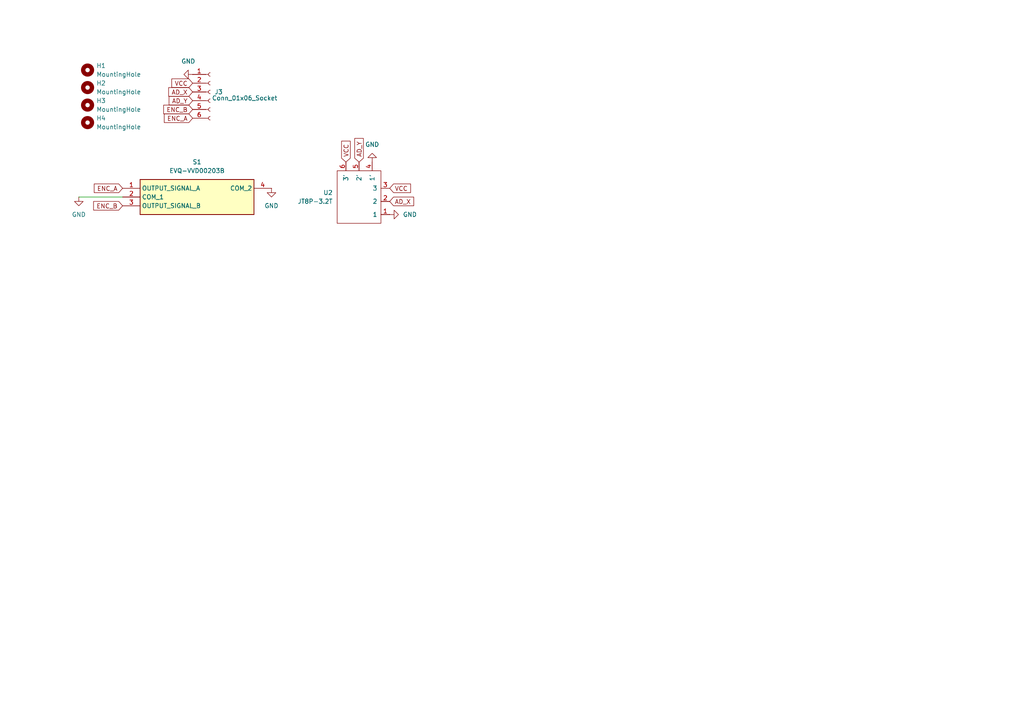
<source format=kicad_sch>
(kicad_sch (version 20250114) (generator "eeschema") (generator_version "9.0")
  (paper "A4")
  (lib_symbols
    (symbol "Connector:Conn_01x06_Socket" (pin_names (offset 1.016) (hide yes))
      (property "Reference" "J" (at 0 7.62 0))
      (property "Value" "Conn_01x06_Socket" (at 0 -10.16 0))
      (symbol "Conn_01x06_Socket_1_1"
        (polyline (pts (xy -1.27 5.08) (xy -0.508 5.08)) (stroke (width 0.1524)))
        (polyline (pts (xy -1.27 2.54) (xy -0.508 2.54)) (stroke (width 0.1524)))
        (polyline (pts (xy -1.27 0) (xy -0.508 0)) (stroke (width 0.1524)))
        (polyline (pts (xy -1.27 -2.54) (xy -0.508 -2.54)) (stroke (width 0.1524)))
        (polyline (pts (xy -1.27 -5.08) (xy -0.508 -5.08)) (stroke (width 0.1524)))
        (polyline (pts (xy -1.27 -7.62) (xy -0.508 -7.62)) (stroke (width 0.1524)))
        (arc (start 0 4.572) (mid -0.5058 5.08) (end 0 5.588) (stroke (width 0.1524)))
        (arc (start 0 2.032) (mid -0.5058 2.54) (end 0 3.048) (stroke (width 0.1524)))
        (arc (start 0 -0.508) (mid -0.5058 0) (end 0 0.508) (stroke (width 0.1524)))
        (arc (start 0 -3.048) (mid -0.5058 -2.54) (end 0 -2.032) (stroke (width 0.1524)))
        (arc (start 0 -5.588) (mid -0.5058 -5.08) (end 0 -4.572) (stroke (width 0.1524)))
        (arc (start 0 -8.128) (mid -0.5058 -7.62) (end 0 -7.112) (stroke (width 0.1524)))
        (pin passive line (at -5.08 5.08 0) (length 3.81) (name "Pin_1") (number "1"))
        (pin passive line (at -5.08 2.54 0) (length 3.81) (name "Pin_2") (number "2"))
        (pin passive line (at -5.08 0 0) (length 3.81) (name "Pin_3") (number "3"))
        (pin passive line (at -5.08 -2.54 0) (length 3.81) (name "Pin_4") (number "4"))
        (pin passive line (at -5.08 -5.08 0) (length 3.81) (name "Pin_5") (number "5"))
        (pin passive line (at -5.08 -7.62 0) (length 3.81) (name "Pin_6") (number "6"))
      )
    )
    (symbol "EVQ-VVD00203B:EVQ-VVD00203B"
      (property "Reference" "S" (at 39.37 7.62 0))
      (property "Value" "EVQ-VVD00203B" (at 39.37 5.08 0))
      (symbol "EVQ-VVD00203B_1_1"
        (rectangle (start 5.08 2.54) (end 38.1 -7.62) (stroke (width 0.254)) (fill (type background)))
        (pin passive line (at 0 0 0) (length 5.08) (name "OUTPUT_SIGNAL_A") (number "1"))
        (pin passive line (at 0 -2.54 0) (length 5.08) (name "COM_1") (number "2"))
        (pin passive line (at 0 -5.08 0) (length 5.08) (name "OUTPUT_SIGNAL_B") (number "3"))
        (pin passive line (at 43.18 0 180) (length 5.08) (name "COM_2") (number "4"))
      )
    )
    (symbol "GND_2" (power) (pin_numbers (hide yes)) (pin_names (offset 0) (hide yes))
      (property "Value" "GND" (at 0 -3.81 0))
      (symbol "GND_2_0_1"
        (polyline (pts (xy 0 0) (xy 0 -1.27) (xy 1.27 -1.27) (xy 0 -2.54) (xy -1.27 -1.27) (xy 0 -1.27)))
      )
      (symbol "GND_2_1_1"
        (pin power_in line (at 0 0 270) (length 0) (name "~") (number "1"))
      )
    )
    (symbol "Mechanical:MountingHole" (pin_names (offset 1.016)) (in_bom no)
      (property "Reference" "H" (at 0 5.08 0))
      (property "Value" "MountingHole" (at 0 3.175 0))
      (symbol "MountingHole_0_1"
        (circle (center 0 0) (radius 1.27) (stroke (width 1.27)))
      )
    )
    (symbol "phi-kbd:JT8P-3.2T" (pin_names (offset 1.016))
      (property "Reference" "U" (at 0 0 0))
      (property "Value" "JT8P-3.2T" (at 0 -2.54 0))
      (symbol "JT8P-3.2T_0_1"
        (rectangle (start 6.35 17.78) (end -6.35 2.54))
      )
      (symbol "JT8P-3.2T_1_1"
        (pin power_in line (at -3.81 20.32 270) (length 2.54) (name "3'") (number "6"))
        (pin output line (at 0 20.32 270) (length 2.54) (name "2'") (number "5"))
        (pin power_in line (at 3.81 20.32 270) (length 2.54) (name "1'") (number "4"))
        (pin power_in line (at 8.89 12.7 180) (length 2.54) (name "3") (number "3"))
        (pin output line (at 8.89 8.89 180) (length 2.54) (name "2") (number "2"))
        (pin power_in line (at 8.89 5.08 180) (length 2.54) (name "1") (number "1"))
      )
    )
  )
  (wire (pts (xy 22.86 57.15) (xy 35.56 57.15)))
  (global_label "ENC_B" (shape input) (at 35.56 59.69 180) (property "Intersheetrefs" "${INTERSHEET_REFS}" (effects (hide yes))))
  (global_label "AD_X" (shape input) (at 113.03 58.42 0) (property "Intersheetrefs" "${INTERSHEET_REFS}" (effects (hide yes))))
  (global_label "VCC" (shape input) (at 113.03 54.61 0) (property "Intersheetrefs" "${INTERSHEET_REFS}" (effects (hide yes))))
  (global_label "AD_X" (shape input) (at 55.88 26.67 180) (property "Intersheetrefs" "${INTERSHEET_REFS}" (effects (hide yes))))
  (global_label "ENC_B" (shape input) (at 55.88 31.75 180) (property "Intersheetrefs" "${INTERSHEET_REFS}" (effects (hide yes))))
  (global_label "VCC" (shape input) (at 100.33 46.99 90) (property "Intersheetrefs" "${INTERSHEET_REFS}" (effects (hide yes))))
  (global_label "ENC_A" (shape input) (at 35.56 54.61 180) (property "Intersheetrefs" "${INTERSHEET_REFS}" (effects (hide yes))))
  (global_label "AD_Y" (shape input) (at 104.14 46.99 90) (property "Intersheetrefs" "${INTERSHEET_REFS}" (effects (hide yes))))
  (global_label "AD_Y" (shape input) (at 55.88 29.21 180) (property "Intersheetrefs" "${INTERSHEET_REFS}" (effects (hide yes))))
  (global_label "ENC_A" (shape input) (at 55.88 34.29 180) (property "Intersheetrefs" "${INTERSHEET_REFS}" (effects (hide yes))))
  (global_label "VCC" (shape input) (at 55.88 24.13 180) (property "Intersheetrefs" "${INTERSHEET_REFS}" (effects (hide yes))))
  (symbol (lib_id "Mechanical:MountingHole") (at 25.4 35.56 0) (unit 1) (in_bom no)
    (property "Reference" "H4" (at 27.94 34.2899 0) (effects (justify left)))
    (property "Value" "MountingHole" (at 27.94 36.8299 0) (effects (justify left)))
    (property "Footprint" "kbd_Hole:m2_Screw_Hole" (effects (hide yes)))
    (property "Description" "Mounting Hole without connection" (effects (hide yes)))
  )
  (symbol (lib_id "Mechanical:MountingHole") (at 25.4 20.32 0) (unit 1) (in_bom no)
    (property "Reference" "H1" (at 27.94 19.0499 0) (effects (justify left)))
    (property "Value" "MountingHole" (at 27.94 21.5899 0) (effects (justify left)))
    (property "Footprint" "kbd_Hole:m2_Screw_Hole" (effects (hide yes)))
    (property "Description" "Mounting Hole without connection" (effects (hide yes)))
  )
  (symbol (lib_name "GND_2") (lib_id "power:GND") (at 107.95 46.99 180) (unit 1)
    (property "Reference" "#PWR05" (effects (hide yes)))
    (property "Value" "GND" (at 107.95 41.91 0))
    (property "Description" "Power symbol creates a global label with name \"GND\" , ground" (effects (hide yes)))
  )
  (symbol (lib_id "phi-kbd:JT8P-3.2T") (at 104.14 67.31 0) (unit 1)
    (property "Reference" "U2" (at 96.52 55.8799 0) (effects (justify right)))
    (property "Value" "JT8P-3.2T" (at 96.52 58.4199 0) (effects (justify right)))
    (property "Footprint" "Sekitei:JT8P-3.2T" (effects (hide yes)))
  )
  (symbol (lib_id "Mechanical:MountingHole") (at 25.4 25.4 0) (unit 1) (in_bom no)
    (property "Reference" "H2" (at 27.94 24.1299 0) (effects (justify left)))
    (property "Value" "MountingHole" (at 27.94 26.6699 0) (effects (justify left)))
    (property "Footprint" "kbd_Hole:m2_Screw_Hole" (effects (hide yes)))
    (property "Description" "Mounting Hole without connection" (effects (hide yes)))
  )
  (symbol (lib_id "EVQ-VVD00203B:EVQ-VVD00203B") (at 35.56 54.61 0) (unit 1)
    (property "Reference" "S1" (at 57.15 46.99 0))
    (property "Value" "EVQ-VVD00203B" (at 57.15 49.53 0))
    (property "Footprint" "Sekitei:EVQVVD00203B" (effects (hide yes)))
    (property "Description" "Encoders SWITCH TACTILE" (effects (hide yes)))
    (property "Height" "2.5" (effects (hide yes)))
    (property "Mouser Part Number" "667-EVQ-VVD00203B" (effects (hide yes)))
    (property "Mouser Price/Stock" "https://www.mouser.co.uk/ProductDetail/Panasonic/EVQ-VVD00203B?qs=tfZGHB2PWd3U%2F4kR6m1kxw%3D%3D" (effects (hide yes)))
    (property "Manufacturer_Name" "Panasonic" (effects (hide yes)))
    (property "Manufacturer_Part_Number" "EVQ-VVD00203B" (effects (hide yes)))
  )
  (symbol (lib_id "Mechanical:MountingHole") (at 25.4 30.48 0) (unit 1) (in_bom no)
    (property "Reference" "H3" (at 27.94 29.2099 0) (effects (justify left)))
    (property "Value" "MountingHole" (at 27.94 31.7499 0) (effects (justify left)))
    (property "Footprint" "kbd_Hole:m2_Screw_Hole" (effects (hide yes)))
    (property "Description" "Mounting Hole without connection" (effects (hide yes)))
  )
  (symbol (lib_name "GND_2") (lib_id "power:GND") (at 22.86 57.15 0) (unit 1)
    (property "Reference" "#PWR010" (effects (hide yes)))
    (property "Value" "GND" (at 22.86 62.23 0))
    (property "Description" "Power symbol creates a global label with name \"GND\" , ground" (effects (hide yes)))
  )
  (symbol (lib_id "Connector:Conn_01x06_Socket") (at 60.96 26.67 0) (unit 1)
    (property "Reference" "J3" (at 62.23 26.6699 0) (effects (justify left)))
    (property "Value" "Conn_01x06_Socket" (at 61.468 28.448 0) (effects (justify left)))
    (property "Footprint" "Connector_FFC-FPC:Hirose_FH12-6S-0.5SH_1x06-1MP_P0.50mm_Horizontal" (effects (hide yes)))
    (property "Description" "Generic connector, single row, 01x06, script generated" (effects (hide yes)))
  )
  (symbol (lib_name "GND_2") (lib_id "power:GND") (at 78.74 54.61 0) (unit 1)
    (property "Reference" "#PWR011" (effects (hide yes)))
    (property "Value" "GND" (at 78.74 59.69 0))
    (property "Description" "Power symbol creates a global label with name \"GND\" , ground" (effects (hide yes)))
  )
  (symbol (lib_name "GND_2") (lib_id "power:GND") (at 55.88 21.59 270) (unit 1)
    (property "Reference" "#PWR08" (effects (hide yes)))
    (property "Value" "GND" (at 54.61 17.78 90))
    (property "Description" "Power symbol creates a global label with name \"GND\" , ground" (effects (hide yes)))
  )
  (symbol (lib_name "GND_2") (lib_id "power:GND") (at 113.03 62.23 90) (unit 1)
    (property "Reference" "#PWR06" (effects (hide yes)))
    (property "Value" "GND" (at 116.84 62.2299 90) (effects (justify right)))
    (property "Description" "Power symbol creates a global label with name \"GND\" , ground" (effects (hide yes)))
  )
)
</source>
